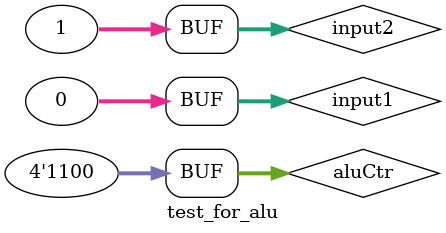
<source format=v>
`timescale 1ns / 1ps


module test_for_alu;

	// Inputs
	reg [31:0] input1;
	reg [31:0] input2;
	reg [3:0] aluCtr;

	// Outputs
	wire zero;
	wire [31:0] aluRes;

	// Instantiate the Unit Under Test (UUT)
	alu uut (
		.zero(zero), 
		.aluRes(aluRes), 
		.input1(input1), 
		.input2(input2), 
		.aluCtr(aluCtr)
	);

	initial begin
		// Initialize Inputs
		input1 = 0;
		input2 = 0;
		aluCtr = 0;

		// Wait 100 ns for global reset to finish
		#100;
      #100 input1 = 0; input2 = 0; aluCtr = 4'b0000;
		#100 input1 = 0; input2 = 0; aluCtr = 4'b0000;
		#100 input1 = 255; input2 = 170; aluCtr = 4'b0000;
		#100 input1 = 255; input2 = 170; aluCtr = 4'b0001;
		#100 input1 = 1; input2 = 1; aluCtr = 4'b0010;
		#100 input1 = 255; input2 = 170; aluCtr = 4'b0110;
		#100 input1 = 1; input2 = 1; aluCtr = 4'b0110;
		#100 input1 = 255; input2 = 170; aluCtr = 4'b0111;
		#100 input1 = 170; input2 = 255; aluCtr = 4'b0111;
		#100 input1 = 0; input2 = 1; aluCtr = 4'b1100;
		 //Add stimulus here

	end
      
endmodule


</source>
